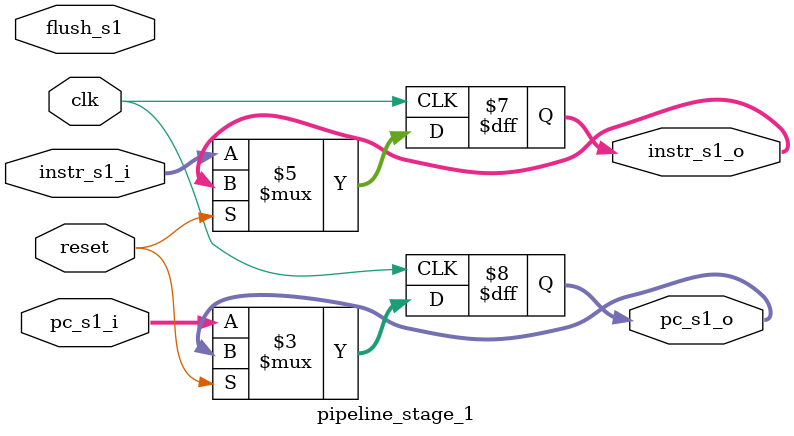
<source format=sv>
module pipeline_stage_1(
    input logic             clk,
    input logic             flush_s1,reset,
    input logic     [31:0]  instr_s1_i,
    input logic     [31:0]  pc_s1_i,
    output logic    [31:0]  instr_s1_o,
    output logic    [31:0]  pc_s1_o
);
//no effect on control unit
logic   [31:0]  temp,temp1;

//assign pc_s1_o=temp;


always_ff @(negedge clk)begin
    if(~reset)begin
        /*if(pc_s1_i!=(pc_s1_o+4))begin
            instr_s1_o<=32'h13;
            pc_s1_o<=pc_s1_i;
        end
        else*/
        begin
            pc_s1_o<=pc_s1_i;
            instr_s1_o<=instr_s1_i;
        end
    
    end
end
endmodule
</source>
